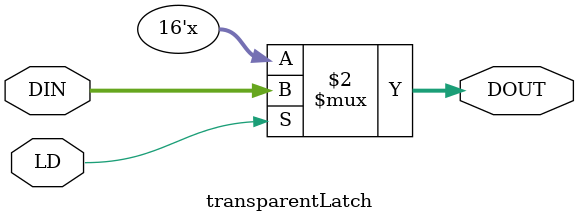
<source format=v>
`include "C:/Users/Duncan/git/ForthCPU/constants.v"

module transparentLatch(
	
	input LD,
	
	input [15:0] DIN,
	
	output reg [15:0] DOUT
	
);

always @(*) begin

	if(LD) begin
		DOUT <= DIN;
	end
end

endmodule
</source>
